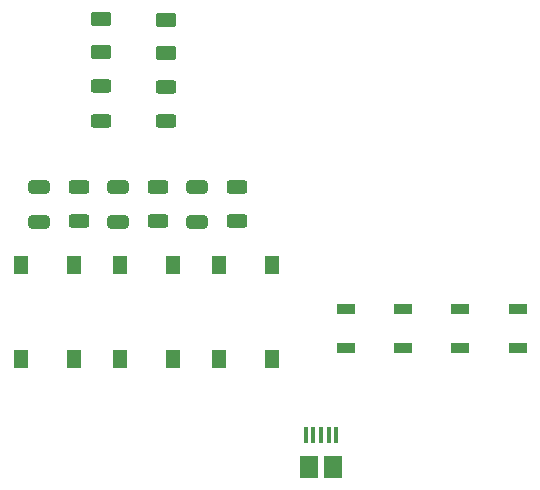
<source format=gbr>
%TF.GenerationSoftware,KiCad,Pcbnew,7.0.5-7.0.5~ubuntu22.04.1*%
%TF.CreationDate,2023-07-06T21:51:13-03:00*%
%TF.ProjectId,Dev-kit-multiboards,4465762d-6b69-4742-9d6d-756c7469626f,rev?*%
%TF.SameCoordinates,Original*%
%TF.FileFunction,Paste,Top*%
%TF.FilePolarity,Positive*%
%FSLAX46Y46*%
G04 Gerber Fmt 4.6, Leading zero omitted, Abs format (unit mm)*
G04 Created by KiCad (PCBNEW 7.0.5-7.0.5~ubuntu22.04.1) date 2023-07-06 21:51:13*
%MOMM*%
%LPD*%
G01*
G04 APERTURE LIST*
G04 Aperture macros list*
%AMRoundRect*
0 Rectangle with rounded corners*
0 $1 Rounding radius*
0 $2 $3 $4 $5 $6 $7 $8 $9 X,Y pos of 4 corners*
0 Add a 4 corners polygon primitive as box body*
4,1,4,$2,$3,$4,$5,$6,$7,$8,$9,$2,$3,0*
0 Add four circle primitives for the rounded corners*
1,1,$1+$1,$2,$3*
1,1,$1+$1,$4,$5*
1,1,$1+$1,$6,$7*
1,1,$1+$1,$8,$9*
0 Add four rect primitives between the rounded corners*
20,1,$1+$1,$2,$3,$4,$5,0*
20,1,$1+$1,$4,$5,$6,$7,0*
20,1,$1+$1,$6,$7,$8,$9,0*
20,1,$1+$1,$8,$9,$2,$3,0*%
G04 Aperture macros list end*
%ADD10R,1.300000X1.550000*%
%ADD11R,1.500000X0.900000*%
%ADD12R,1.500000X1.900000*%
%ADD13R,0.400000X1.350000*%
%ADD14RoundRect,0.250000X0.650000X-0.325000X0.650000X0.325000X-0.650000X0.325000X-0.650000X-0.325000X0*%
%ADD15RoundRect,0.250000X0.625000X-0.375000X0.625000X0.375000X-0.625000X0.375000X-0.625000X-0.375000X0*%
%ADD16RoundRect,0.250000X-0.625000X0.312500X-0.625000X-0.312500X0.625000X-0.312500X0.625000X0.312500X0*%
G04 APERTURE END LIST*
D10*
%TO.C,BUTTON3*%
X114265000Y-118355000D03*
X114265000Y-110405000D03*
X109765000Y-110405000D03*
X109765000Y-118355000D03*
%TD*%
%TO.C,BUTTON2*%
X105880000Y-118355000D03*
X105880000Y-110405000D03*
X101380000Y-110405000D03*
X101380000Y-118355000D03*
%TD*%
%TO.C,BUTTON1*%
X97495000Y-118355000D03*
X97495000Y-110405000D03*
X92995000Y-110405000D03*
X92995000Y-118355000D03*
%TD*%
D11*
%TO.C,RGB1*%
X135140000Y-117440000D03*
X135140000Y-114140000D03*
X130240000Y-117440000D03*
X130240000Y-114140000D03*
%TD*%
%TO.C,RGB2*%
X125410000Y-117440000D03*
X125410000Y-114140000D03*
X120510000Y-117440000D03*
X120510000Y-114140000D03*
%TD*%
D12*
%TO.C,J10*%
X119430000Y-127487500D03*
X117430000Y-127487500D03*
D13*
X119730000Y-124787500D03*
X119080000Y-124787500D03*
X118430000Y-124787500D03*
X117780000Y-124787500D03*
X117130000Y-124787500D03*
%TD*%
D14*
%TO.C,C2*%
X101257000Y-106695000D03*
X101257000Y-103745000D03*
%TD*%
D15*
%TO.C,LED2*%
X105320000Y-92402500D03*
X105320000Y-89602500D03*
%TD*%
D16*
%TO.C,R1*%
X97909000Y-103757500D03*
X97909000Y-106682500D03*
%TD*%
%TO.C,R2*%
X104605000Y-103757500D03*
X104605000Y-106682500D03*
%TD*%
%TO.C,R3*%
X111301000Y-103757500D03*
X111301000Y-106682500D03*
%TD*%
%TO.C,R5*%
X105350000Y-95280000D03*
X105350000Y-98205000D03*
%TD*%
D14*
%TO.C,C3*%
X107953000Y-106695000D03*
X107953000Y-103745000D03*
%TD*%
%TO.C,C1*%
X94561000Y-106695000D03*
X94561000Y-103745000D03*
%TD*%
D15*
%TO.C,LED1*%
X99820000Y-92342500D03*
X99820000Y-89542500D03*
%TD*%
D16*
%TO.C,R4*%
X99840000Y-95250000D03*
X99840000Y-98175000D03*
%TD*%
M02*

</source>
